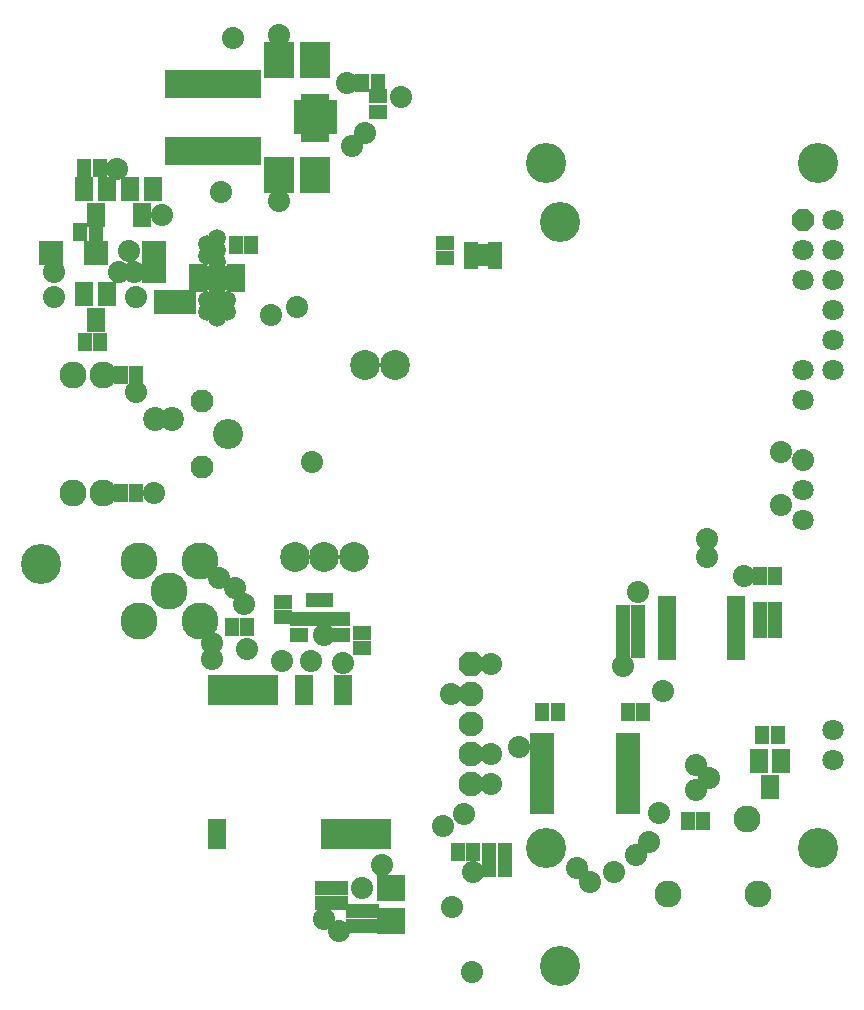
<source format=gts>
G75*
%MOIN*%
%OFA0B0*%
%FSLAX24Y24*%
%IPPOS*%
%LPD*%
%AMOC8*
5,1,8,0,0,1.08239X$1,22.5*
%
%ADD10C,0.1339*%
%ADD11R,0.0512X0.0591*%
%ADD12R,0.0748X0.0827*%
%ADD13R,0.0827X0.0748*%
%ADD14R,0.0630X0.0787*%
%ADD15R,0.0827X0.0394*%
%ADD16R,0.0512X0.0354*%
%ADD17R,0.0551X0.0780*%
%ADD18R,0.0591X0.0512*%
%ADD19R,0.1004X0.1220*%
%ADD20C,0.0736*%
%ADD21C,0.0896*%
%ADD22C,0.0996*%
%ADD23C,0.1236*%
%ADD24R,0.0394X0.0512*%
%ADD25R,0.0945X0.0866*%
%ADD26C,0.0768*%
%ADD27C,0.1004*%
%ADD28OC8,0.0827*%
%ADD29C,0.0827*%
%ADD30R,0.0925X0.0807*%
%ADD31R,0.0630X0.0354*%
%ADD32R,0.0433X0.0354*%
%ADD33R,0.0925X0.1614*%
%ADD34R,0.0626X0.0356*%
%ADD35R,0.3189X0.0945*%
%ADD36R,0.0787X0.0787*%
%ADD37R,0.0591X0.1024*%
%ADD38OC8,0.0709*%
%ADD39C,0.0709*%
%ADD40C,0.0531*%
%ADD41C,0.0591*%
%ADD42C,0.0796*%
D10*
X026285Y011832D03*
X026763Y007905D03*
X035340Y011832D03*
X009441Y021289D03*
X026763Y032706D03*
X026285Y034667D03*
X026285Y034667D03*
X035340Y034667D03*
D11*
X020671Y037326D03*
X020159Y037326D03*
X016448Y031939D03*
X015937Y031939D03*
X011275Y032358D03*
X010763Y032358D03*
X010901Y034484D03*
X011413Y034484D03*
X011415Y028691D03*
X010903Y028691D03*
X012118Y027588D03*
X012630Y027588D03*
X012630Y023651D03*
X012118Y023651D03*
X015815Y019198D03*
X016326Y019198D03*
X026169Y016362D03*
X026681Y016362D03*
X029023Y016362D03*
X029535Y016362D03*
X029368Y018454D03*
X028856Y018454D03*
X028856Y019045D03*
X029368Y019045D03*
X029368Y019635D03*
X028856Y019635D03*
X033409Y019724D03*
X033921Y019724D03*
X033921Y019133D03*
X033409Y019133D03*
X033409Y020905D03*
X033921Y020905D03*
X034013Y015608D03*
X033502Y015608D03*
X031529Y012736D03*
X031017Y012736D03*
X024909Y011712D03*
X024397Y011712D03*
X023854Y011712D03*
X023342Y011712D03*
X024397Y011161D03*
X024909Y011161D03*
D12*
X014244Y030041D03*
X013574Y030041D03*
D13*
X013218Y031029D03*
X013218Y031698D03*
D14*
X011649Y030305D03*
X010901Y030305D03*
X011275Y029439D03*
X011275Y032929D03*
X010901Y033795D03*
X011649Y033795D03*
X012435Y033795D03*
X013183Y033795D03*
X012809Y032929D03*
X033383Y014748D03*
X034131Y014748D03*
X033757Y013881D03*
D15*
X029023Y013931D03*
X029023Y014187D03*
X029023Y014443D03*
X029023Y014698D03*
X029023Y014954D03*
X029023Y015210D03*
X029023Y015466D03*
X029023Y013675D03*
X029023Y013419D03*
X029023Y013163D03*
X026169Y013163D03*
X026169Y013419D03*
X026169Y013675D03*
X026169Y013931D03*
X026169Y014187D03*
X026169Y014443D03*
X026169Y014698D03*
X026169Y014954D03*
X026169Y015210D03*
X026169Y015466D03*
D16*
X024576Y031293D03*
X024576Y031490D03*
X024576Y031687D03*
X024576Y031883D03*
X023797Y031883D03*
X023797Y031687D03*
X023797Y031490D03*
X023797Y031293D03*
D17*
X024187Y031588D03*
D18*
X022923Y031490D03*
X022923Y032002D03*
X020673Y036380D03*
X020673Y036891D03*
X017531Y020029D03*
X017531Y019517D03*
X018063Y019458D03*
X018063Y018946D03*
X019441Y018946D03*
X019441Y019458D03*
X020149Y019009D03*
X020149Y018498D03*
X019380Y010498D03*
X018870Y010496D03*
X018870Y009984D03*
X019380Y009986D03*
X019913Y009734D03*
X020425Y009734D03*
X020425Y009222D03*
X019913Y009222D03*
D19*
X018602Y034275D03*
X017401Y034275D03*
X017401Y038088D03*
X018602Y038088D03*
D20*
X019653Y037326D03*
X018602Y036183D03*
X019815Y035244D03*
X020254Y035683D03*
X021437Y036858D03*
X017401Y038948D03*
X015856Y038817D03*
X011988Y034476D03*
X013492Y032929D03*
X012380Y031730D03*
X012555Y031029D03*
X012055Y031029D03*
X012635Y030193D03*
X009880Y030187D03*
X009880Y031029D03*
X012630Y027049D03*
X017112Y029608D03*
X017992Y029878D03*
X017401Y033415D03*
X015460Y033704D03*
X018486Y024693D03*
X013226Y023651D03*
X015395Y020846D03*
X015907Y020492D03*
X016222Y019960D03*
X016324Y018470D03*
X015159Y018651D03*
X015159Y018139D03*
X017472Y018070D03*
X018468Y018070D03*
X018895Y018946D03*
X019519Y018015D03*
X023122Y016954D03*
X024452Y017954D03*
X025387Y015210D03*
X024452Y014954D03*
X024452Y013954D03*
X023563Y012978D03*
X022868Y012551D03*
X020834Y011257D03*
X020169Y010502D03*
X018870Y009478D03*
X019380Y009051D03*
X023147Y009860D03*
X023854Y011049D03*
X027328Y011159D03*
X027757Y010712D03*
X028563Y011021D03*
X029283Y011598D03*
X029732Y012025D03*
X030061Y012992D03*
X031273Y013754D03*
X031720Y014181D03*
X031273Y014608D03*
X030177Y017067D03*
X028856Y017909D03*
X029368Y020362D03*
X031657Y021519D03*
X031669Y022137D03*
X032901Y020905D03*
X034118Y023250D03*
X034840Y024750D03*
X034120Y025027D03*
X023811Y007691D03*
D21*
X030346Y010307D03*
X033346Y010307D03*
X032998Y012795D03*
X011515Y023651D03*
X010515Y023651D03*
X010515Y027588D03*
X011515Y027588D03*
D22*
X020257Y027943D03*
X021242Y027943D03*
X019883Y021535D03*
X018899Y021535D03*
X017915Y021535D03*
D23*
X014736Y021407D03*
X013732Y020403D03*
X014736Y019399D03*
X012728Y019399D03*
X012728Y021407D03*
D24*
X018476Y020088D03*
X018732Y020088D03*
X018988Y020088D03*
X018988Y019458D03*
X018732Y019458D03*
X018476Y019458D03*
D25*
X021114Y010502D03*
X021114Y009399D03*
D26*
X014824Y024517D03*
X014824Y026722D03*
D27*
X015691Y025620D03*
D28*
X023787Y017954D03*
D29*
X023787Y016954D03*
X023787Y015954D03*
X023787Y014954D03*
X023787Y013954D03*
D30*
X015326Y030832D03*
D31*
X014696Y030734D03*
X014696Y030931D03*
X014696Y031128D03*
X014696Y030537D03*
X015956Y030537D03*
X015956Y030734D03*
X015956Y030931D03*
X015956Y031128D03*
D32*
X018080Y035789D03*
X018080Y035986D03*
X018080Y036183D03*
X018080Y036380D03*
X018080Y036616D03*
X019124Y036616D03*
X019124Y036380D03*
X019124Y036183D03*
X019124Y035986D03*
X019124Y035789D03*
D33*
X018602Y036183D03*
D34*
X030323Y020069D03*
X030323Y019813D03*
X030323Y019557D03*
X030323Y019301D03*
X030323Y019045D03*
X030323Y018789D03*
X030323Y018533D03*
X030323Y018277D03*
X032621Y018277D03*
X032621Y018533D03*
X032621Y018789D03*
X032621Y019045D03*
X032621Y019301D03*
X032621Y019557D03*
X032621Y019813D03*
X032621Y020069D03*
D35*
X015198Y035080D03*
X015198Y037285D03*
D36*
X011275Y031669D03*
X009779Y031669D03*
D37*
X015307Y012293D03*
X019086Y012293D03*
X019519Y012293D03*
X019952Y012293D03*
X020385Y012293D03*
X020819Y012293D03*
X019519Y017096D03*
X018220Y017096D03*
X017039Y017096D03*
X016606Y017096D03*
X016173Y017096D03*
X015740Y017096D03*
X015307Y017096D03*
D38*
X034840Y032750D03*
D39*
X035840Y032750D03*
X035840Y031750D03*
X034840Y031750D03*
X034840Y030750D03*
X035840Y030750D03*
X035840Y029750D03*
X035840Y028750D03*
X035840Y027750D03*
X034840Y027750D03*
X034840Y026750D03*
X034840Y023750D03*
X034840Y022750D03*
X035840Y015750D03*
X035840Y014750D03*
D40*
X015492Y030710D03*
X015492Y030952D03*
X015161Y030952D03*
X015161Y030710D03*
D41*
X015326Y030287D03*
X014984Y030088D03*
X015326Y029889D03*
X015669Y029691D03*
X015326Y029492D03*
X014982Y029691D03*
X015669Y030088D03*
X015326Y031374D03*
X014984Y031572D03*
X015326Y031771D03*
X014984Y031970D03*
X015326Y032169D03*
D42*
X013817Y026131D03*
X013254Y026131D03*
M02*

</source>
